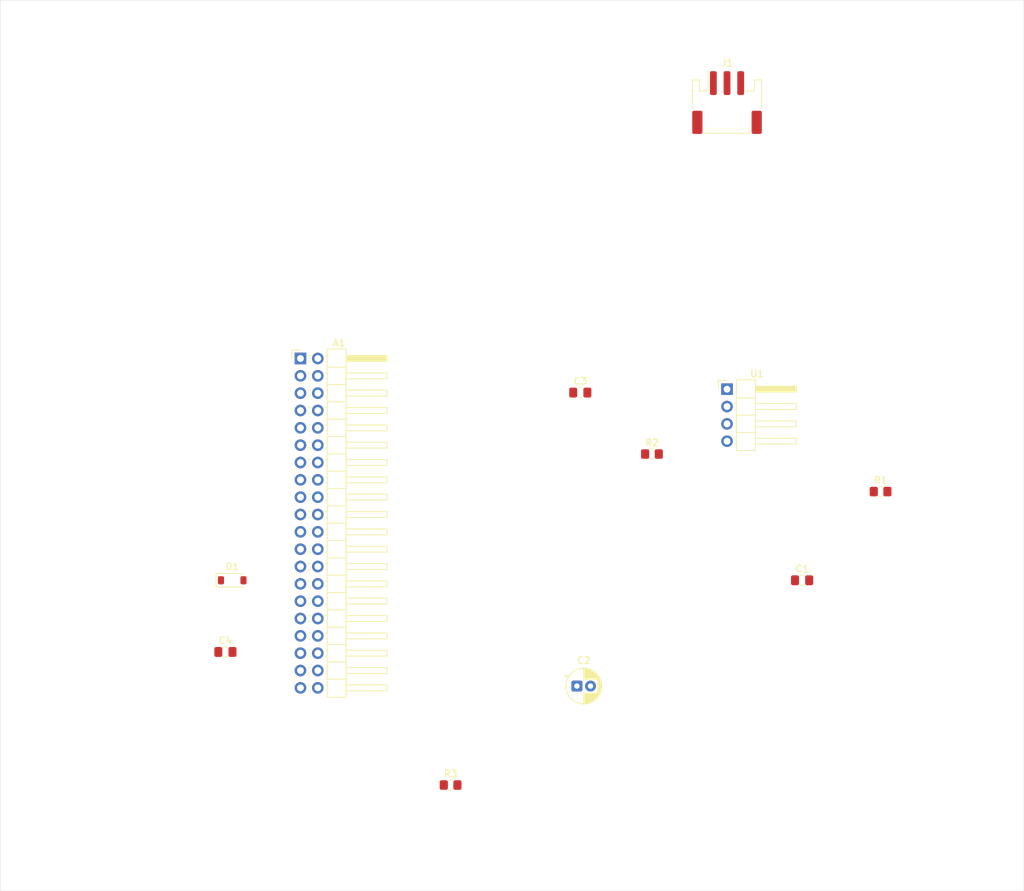
<source format=kicad_pcb>
(kicad_pcb (version 20241229) (generator "pcbnew") (generator_version "9.0")
  (layers (0 "F.Cu" signal) (2 "B.Cu" signal) (13 "F.Paste" user) (15 "B.Paste" user) (5 "F.SilkS" user "F.Silkscreen") (7 "B.SilkS" user "B.Silkscreen") (1 "F.Mask" user) (3 "B.Mask" user) (25 "Edge.Cuts" user))
  (net 0 "")
  (net 8 "/GND")
  (net 13 "Net-(A1-AGND)")
  (net 15 "/Use 3V3 as ADC reference")
  (net 17 "/Out+ 5V")
  (net 31 "/Ring på - signal <3.3V")
  (net 34 "Net-(C1-Pad1)")
  (net 35 "/+27.7V")
  (net 37 "/TA-")
  (footprint "Capacitor_SMD:C_0805_2012Metric_Pad1.18x1.45mm_HandSolder" (layer "F.Cu") (at 83.5 115.5)
    (property "Reference" "C4" (at 0 -1.68 0) (layer "F.SilkS"))
    (property "Value" "100nF")
    (fp_line (start -0.261252 -0.735) (end 0.261252 -0.735) (stroke (width 0.12)) (layer "F.SilkS"))
    (fp_line (start -0.261252 0.735) (end 0.261252 0.735) (stroke (width 0.12)) (layer "F.SilkS"))
    (pad "1" smd roundrect (at -1.0375 0) (size 1.175 1.45) (layers "F.Cu" "F.Mask" "F.Paste") (roundrect_rratio 0.212766) (net 13 "Net-(A1-AGND)"))
    (pad "2" smd roundrect (at 1.0375 0) (size 1.175 1.45) (layers "F.Cu" "F.Mask" "F.Paste") (roundrect_rratio 0.212766) (net 15 "/Use 3V3 as ADC reference"))
  )
  (footprint "Connector_PinHeader_2.54mm:PinHeader_1x04_P2.54mm_Horizontal" (layer "F.Cu") (at 157 77)
    (property "Reference" "U1" (at 4.385 -2.27 0) (layer "F.SilkS"))
    (property "Value" "LM2596S MODULE")
    (fp_line (start -1.27 -1.27) (end 0 -1.27) (stroke (width 0.12)) (layer "F.SilkS"))
    (fp_line (start -1.27 0) (end -1.27 -1.27) (stroke (width 0.12)) (layer "F.SilkS"))
    (fp_line (start 1.077358 2.11) (end 1.39 2.11) (stroke (width 0.12)) (layer "F.SilkS"))
    (fp_line (start 1.077358 2.97) (end 1.39 2.97) (stroke (width 0.12)) (layer "F.SilkS"))
    (fp_line (start 1.077358 4.65) (end 1.39 4.65) (stroke (width 0.12)) (layer "F.SilkS"))
    (fp_line (start 1.077358 5.51) (end 1.39 5.51) (stroke (width 0.12)) (layer "F.SilkS"))
    (fp_line (start 1.077358 7.19) (end 1.39 7.19) (stroke (width 0.12)) (layer "F.SilkS"))
    (fp_line (start 1.077358 8.05) (end 1.39 8.05) (stroke (width 0.12)) (layer "F.SilkS"))
    (fp_line (start 1.16 -0.43) (end 1.39 -0.43) (stroke (width 0.12)) (layer "F.SilkS"))
    (fp_line (start 1.16 0.43) (end 1.39 0.43) (stroke (width 0.12)) (layer "F.SilkS"))
    (fp_line (start 1.39 -1.38) (end 1.39 9) (stroke (width 0.12)) (layer "F.SilkS"))
    (fp_line (start 1.39 1.27) (end 4.15 1.27) (stroke (width 0.12)) (layer "F.SilkS"))
    (fp_line (start 1.39 3.81) (end 4.15 3.81) (stroke (width 0.12)) (layer "F.SilkS"))
    (fp_line (start 1.39 6.35) (end 4.15 6.35) (stroke (width 0.12)) (layer "F.SilkS"))
    (fp_line (start 1.39 9) (end 4.15 9) (stroke (width 0.12)) (layer "F.SilkS"))
    (fp_line (start 4.15 -1.38) (end 1.39 -1.38) (stroke (width 0.12)) (layer "F.SilkS"))
    (fp_line (start 4.15 2.11) (end 10.15 2.11) (stroke (width 0.12)) (layer "F.SilkS"))
    (fp_line (start 4.15 4.65) (end 10.15 4.65) (stroke (width 0.12)) (layer "F.SilkS"))
    (fp_line (start 4.15 7.19) (end 10.15 7.19) (stroke (width 0.12)) (layer "F.SilkS"))
    (fp_line (start 4.15 9) (end 4.15 -1.38) (stroke (width 0.12)) (layer "F.SilkS"))
    (fp_line (start 10.15 2.11) (end 10.15 2.97) (stroke (width 0.12)) (layer "F.SilkS"))
    (fp_line (start 10.15 2.97) (end 4.15 2.97) (stroke (width 0.12)) (layer "F.SilkS"))
    (fp_line (start 10.15 4.65) (end 10.15 5.51) (stroke (width 0.12)) (layer "F.SilkS"))
    (fp_line (start 10.15 5.51) (end 4.15 5.51) (stroke (width 0.12)) (layer "F.SilkS"))
    (fp_line (start 10.15 7.19) (end 10.15 8.05) (stroke (width 0.12)) (layer "F.SilkS"))
    (fp_line (start 10.15 8.05) (end 4.15 8.05) (stroke (width 0.12)) (layer "F.SilkS"))
    (fp_rect (start 4.15 -0.43) (end 10.15 0.43) (stroke (width 0.12)) (fill yes) (layer "F.SilkS"))
    (pad "1" thru_hole rect (at 0 0) (size 1.7 1.7) (drill 1) (layers "*.Cu" "*.Mask") (net 35 "/+27.7V"))
    (pad "2" thru_hole circle (at 0 2.54) (size 1.7 1.7) (drill 1) (layers "*.Cu" "*.Mask") (net 8 "/GND"))
    (pad "3" thru_hole circle (at 0 5.08) (size 1.7 1.7) (drill 1) (layers "*.Cu" "*.Mask"))
    (pad "4" thru_hole circle (at 0 7.62) (size 1.7 1.7) (drill 1) (layers "*.Cu" "*.Mask") (net 17 "/Out+ 5V"))
  )
  (footprint "Resistor_SMD:R_0805_2012Metric_Pad1.20x1.40mm_HandSolder" (layer "F.Cu") (at 146 86.5)
    (property "Reference" "R2" (at 0 -1.65 0) (layer "F.SilkS"))
    (property "Value" "10kOhm")
    (fp_line (start -0.227064 -0.735) (end 0.227064 -0.735) (stroke (width 0.12)) (layer "F.SilkS"))
    (fp_line (start -0.227064 0.735) (end 0.227064 0.735) (stroke (width 0.12)) (layer "F.SilkS"))
    (pad "1" smd roundrect (at -1 0) (size 1.2 1.4) (layers "F.Cu" "F.Mask" "F.Paste") (roundrect_rratio 0.208333) (net 34 "Net-(C1-Pad1)"))
    (pad "2" smd roundrect (at 1 0) (size 1.2 1.4) (layers "F.Cu" "F.Mask" "F.Paste") (roundrect_rratio 0.208333) (net 8 "/GND"))
  )
  (footprint "Connector_JST:JST_PH_S3B-PH-SM4-TB_1x03-1MP_P2.00mm_Horizontal" (layer "F.Cu") (at 157 35)
    (property "Reference" "J1" (at 0 -5.8 0) (layer "F.SilkS"))
    (property "Value" "Conn_01x03")
    (fp_line (start -5.06 -3.31) (end -4.04 -3.31) (stroke (width 0.12)) (layer "F.SilkS"))
    (fp_line (start -5.06 0.94) (end -5.06 -3.31) (stroke (width 0.12)) (layer "F.SilkS"))
    (fp_line (start -4.04 -3.31) (end -4.04 -1.71) (stroke (width 0.12)) (layer "F.SilkS"))
    (fp_line (start -4.04 -1.71) (end -2.76 -1.71) (stroke (width 0.12)) (layer "F.SilkS"))
    (fp_line (start -3.34 4.51) (end 3.34 4.51) (stroke (width 0.12)) (layer "F.SilkS"))
    (fp_line (start -2.76 -1.71) (end -2.76 -4.6) (stroke (width 0.12)) (layer "F.SilkS"))
    (fp_line (start 4.04 -3.31) (end 4.04 -1.71) (stroke (width 0.12)) (layer "F.SilkS"))
    (fp_line (start 4.04 -1.71) (end 2.76 -1.71) (stroke (width 0.12)) (layer "F.SilkS"))
    (fp_line (start 5.06 -3.31) (end 4.04 -3.31) (stroke (width 0.12)) (layer "F.SilkS"))
    (fp_line (start 5.06 0.94) (end 5.06 -3.31) (stroke (width 0.12)) (layer "F.SilkS"))
    (pad "1" smd roundrect (at -2 -2.85) (size 1 3.5) (layers "F.Cu" "F.Mask" "F.Paste") (net 37 "/TA-"))
    (pad "2" smd roundrect (at 0 -2.85) (size 1 3.5) (layers "F.Cu" "F.Mask" "F.Paste") (net 35 "/+27.7V"))
    (pad "3" smd roundrect (at 2 -2.85) (size 1 3.5) (layers "F.Cu" "F.Mask" "F.Paste"))
    (pad "MP" smd roundrect (at -4.35 2.9) (size 1.5 3.4) (layers "F.Cu" "F.Mask" "F.Paste") (roundrect_rratio 0.166667))
    (pad "MP" smd roundrect (at 4.35 2.9) (size 1.5 3.4) (layers "F.Cu" "F.Mask" "F.Paste") (roundrect_rratio 0.166667))
  )
  (footprint "Capacitor_SMD:C_0805_2012Metric_Pad1.18x1.45mm_HandSolder" (layer "F.Cu") (at 135.5 77.5)
    (property "Reference" "C3" (at 0 -1.68 0) (layer "F.SilkS"))
    (property "Value" "100nF")
    (fp_line (start -0.261252 -0.735) (end 0.261252 -0.735) (stroke (width 0.12)) (layer "F.SilkS"))
    (fp_line (start -0.261252 0.735) (end 0.261252 0.735) (stroke (width 0.12)) (layer "F.SilkS"))
    (pad "1" smd roundrect (at -1.0375 0) (size 1.175 1.45) (layers "F.Cu" "F.Mask" "F.Paste") (roundrect_rratio 0.212766) (net 8 "/GND"))
    (pad "2" smd roundrect (at 1.0375 0) (size 1.175 1.45) (layers "F.Cu" "F.Mask" "F.Paste") (roundrect_rratio 0.212766) (net 17 "/Out+ 5V"))
  )
  (footprint "Connector_PinHeader_2.54mm:PinHeader_2x20_P2.54mm_Horizontal" (layer "F.Cu") (at 94.5 72.5)
    (property "Reference" "A1" (at 5.655 -2.27 0) (layer "F.SilkS"))
    (property "Value" "RaspberryPi_Pico_W")
    (fp_line (start -1.27 -1.27) (end 0 -1.27) (stroke (width 0.12)) (layer "F.SilkS"))
    (fp_line (start -1.27 0) (end -1.27 -1.27) (stroke (width 0.12)) (layer "F.SilkS"))
    (fp_line (start 1.077358 2.11) (end 1.462642 2.11) (stroke (width 0.12)) (layer "F.SilkS"))
    (fp_line (start 1.077358 2.97) (end 1.462642 2.97) (stroke (width 0.12)) (layer "F.SilkS"))
    (fp_line (start 1.077358 4.65) (end 1.462642 4.65) (stroke (width 0.12)) (layer "F.SilkS"))
    (fp_line (start 1.077358 5.51) (end 1.462642 5.51) (stroke (width 0.12)) (layer "F.SilkS"))
    (fp_line (start 1.077358 7.19) (end 1.462642 7.19) (stroke (width 0.12)) (layer "F.SilkS"))
    (fp_line (start 1.077358 8.05) (end 1.462642 8.05) (stroke (width 0.12)) (layer "F.SilkS"))
    (fp_line (start 1.077358 9.73) (end 1.462642 9.73) (stroke (width 0.12)) (layer "F.SilkS"))
    (fp_line (start 1.077358 10.59) (end 1.462642 10.59) (stroke (width 0.12)) (layer "F.SilkS"))
    (fp_line (start 1.077358 12.27) (end 1.462642 12.27) (stroke (width 0.12)) (layer "F.SilkS"))
    (fp_line (start 1.077358 13.13) (end 1.462642 13.13) (stroke (width 0.12)) (layer "F.SilkS"))
    (fp_line (start 1.077358 14.81) (end 1.462642 14.81) (stroke (width 0.12)) (layer "F.SilkS"))
    (fp_line (start 1.077358 15.67) (end 1.462642 15.67) (stroke (width 0.12)) (layer "F.SilkS"))
    (fp_line (start 1.077358 17.35) (end 1.462642 17.35) (stroke (width 0.12)) (layer "F.SilkS"))
    (fp_line (start 1.077358 18.21) (end 1.462642 18.21) (stroke (width 0.12)) (layer "F.SilkS"))
    (fp_line (start 1.077358 19.89) (end 1.462642 19.89) (stroke (width 0.12)) (layer "F.SilkS"))
    (fp_line (start 1.077358 20.75) (end 1.462642 20.75) (stroke (width 0.12)) (layer "F.SilkS"))
    (fp_line (start 1.077358 22.43) (end 1.462642 22.43) (stroke (width 0.12)) (layer "F.SilkS"))
    (fp_line (start 1.077358 23.29) (end 1.462642 23.29) (stroke (width 0.12)) (layer "F.SilkS"))
    (fp_line (start 1.077358 24.97) (end 1.462642 24.97) (stroke (width 0.12)) (layer "F.SilkS"))
    (fp_line (start 1.077358 25.83) (end 1.462642 25.83) (stroke (width 0.12)) (layer "F.SilkS"))
    (fp_line (start 1.077358 27.51) (end 1.462642 27.51) (stroke (width 0.12)) (layer "F.SilkS"))
    (fp_line (start 1.077358 28.37) (end 1.462642 28.37) (stroke (width 0.12)) (layer "F.SilkS"))
    (fp_line (start 1.077358 30.05) (end 1.462642 30.05) (stroke (width 0.12)) (layer "F.SilkS"))
    (fp_line (start 1.077358 30.91) (end 1.462642 30.91) (stroke (width 0.12)) (layer "F.SilkS"))
    (fp_line (start 1.077358 32.59) (end 1.462642 32.59) (stroke (width 0.12)) (layer "F.SilkS"))
    (fp_line (start 1.077358 33.45) (end 1.462642 33.45) (stroke (width 0.12)) (layer "F.SilkS"))
    (fp_line (start 1.077358 35.13) (end 1.462642 35.13) (stroke (width 0.12)) (layer "F.SilkS"))
    (fp_line (start 1.077358 35.99) (end 1.462642 35.99) (stroke (width 0.12)) (layer "F.SilkS"))
    (fp_line (start 1.077358 37.67) (end 1.462642 37.67) (stroke (width 0.12)) (layer "F.SilkS"))
    (fp_line (start 1.077358 38.53) (end 1.462642 38.53) (stroke (width 0.12)) (layer "F.SilkS"))
    (fp_line (start 1.077358 40.21) (end 1.462642 40.21) (stroke (width 0.12)) (layer "F.SilkS"))
    (fp_line (start 1.077358 41.07) (end 1.462642 41.07) (stroke (width 0.12)) (layer "F.SilkS"))
    (fp_line (start 1.077358 42.75) (end 1.462642 42.75) (stroke (width 0.12)) (layer "F.SilkS"))
    (fp_line (start 1.077358 43.61) (end 1.462642 43.61) (stroke (width 0.12)) (layer "F.SilkS"))
    (fp_line (start 1.077358 45.29) (end 1.462642 45.29) (stroke (width 0.12)) (layer "F.SilkS"))
    (fp_line (start 1.077358 46.15) (end 1.462642 46.15) (stroke (width 0.12)) (layer "F.SilkS"))
    (fp_line (start 1.077358 47.83) (end 1.462642 47.83) (stroke (width 0.12)) (layer "F.SilkS"))
    (fp_line (start 1.077358 48.69) (end 1.462642 48.69) (stroke (width 0.12)) (layer "F.SilkS"))
    (fp_line (start 1.16 -0.43) (end 1.462642 -0.43) (stroke (width 0.12)) (layer "F.SilkS"))
    (fp_line (start 1.16 0.43) (end 1.462642 0.43) (stroke (width 0.12)) (layer "F.SilkS"))
    (fp_line (start 3.617358 -0.43) (end 3.93 -0.43) (stroke (width 0.12)) (layer "F.SilkS"))
    (fp_line (start 3.617358 0.43) (end 3.93 0.43) (stroke (width 0.12)) (layer "F.SilkS"))
    (fp_line (start 3.617358 2.11) (end 3.93 2.11) (stroke (width 0.12)) (layer "F.SilkS"))
    (fp_line (start 3.617358 2.97) (end 3.93 2.97) (stroke (width 0.12)) (layer "F.SilkS"))
    (fp_line (start 3.617358 4.65) (end 3.93 4.65) (stroke (width 0.12)) (layer "F.SilkS"))
    (fp_line (start 3.617358 5.51) (end 3.93 5.51) (stroke (width 0.12)) (layer "F.SilkS"))
    (fp_line (start 3.617358 7.19) (end 3.93 7.19) (stroke (width 0.12)) (layer "F.SilkS"))
    (fp_line (start 3.617358 8.05) (end 3.93 8.05) (stroke (width 0.12)) (layer "F.SilkS"))
    (fp_line (start 3.617358 9.73) (end 3.93 9.73) (stroke (width 0.12)) (layer "F.SilkS"))
    (fp_line (start 3.617358 10.59) (end 3.93 10.59) (stroke (width 0.12)) (layer "F.SilkS"))
    (fp_line (start 3.617358 12.27) (end 3.93 12.27) (stroke (width 0.12)) (layer "F.SilkS"))
    (fp_line (start 3.617358 13.13) (end 3.93 13.13) (stroke (width 0.12)) (layer "F.SilkS"))
    (fp_line (start 3.617358 14.81) (end 3.93 14.81) (stroke (width 0.12)) (layer "F.SilkS"))
    (fp_line (start 3.617358 15.67) (end 3.93 15.67) (stroke (width 0.12)) (layer "F.SilkS"))
    (fp_line (start 3.617358 17.35) (end 3.93 17.35) (stroke (width 0.12)) (layer "F.SilkS"))
    (fp_line (start 3.617358 18.21) (end 3.93 18.21) (stroke (width 0.12)) (layer "F.SilkS"))
    (fp_line (start 3.617358 19.89) (end 3.93 19.89) (stroke (width 0.12)) (layer "F.SilkS"))
    (fp_line (start 3.617358 20.75) (end 3.93 20.75) (stroke (width 0.12)) (layer "F.SilkS"))
    (fp_line (start 3.617358 22.43) (end 3.93 22.43) (stroke (width 0.12)) (layer "F.SilkS"))
    (fp_line (start 3.617358 23.29) (end 3.93 23.29) (stroke (width 0.12)) (layer "F.SilkS"))
    (fp_line (start 3.617358 24.97) (end 3.93 24.97) (stroke (width 0.12)) (layer "F.SilkS"))
    (fp_line (start 3.617358 25.83) (end 3.93 25.83) (stroke (width 0.12)) (layer "F.SilkS"))
    (fp_line (start 3.617358 27.51) (end 3.93 27.51) (stroke (width 0.12)) (layer "F.SilkS"))
    (fp_line (start 3.617358 28.37) (end 3.93 28.37) (stroke (width 0.12)) (layer "F.SilkS"))
    (fp_line (start 3.617358 30.05) (end 3.93 30.05) (stroke (width 0.12)) (layer "F.SilkS"))
    (fp_line (start 3.617358 30.91) (end 3.93 30.91) (stroke (width 0.12)) (layer "F.SilkS"))
    (fp_line (start 3.617358 32.59) (end 3.93 32.59) (stroke (width 0.12)) (layer "F.SilkS"))
    (fp_line (start 3.617358 33.45) (end 3.93 33.45) (stroke (width 0.12)) (layer "F.SilkS"))
    (fp_line (start 3.617358 35.13) (end 3.93 35.13) (stroke (width 0.12)) (layer "F.SilkS"))
    (fp_line (start 3.617358 35.99) (end 3.93 35.99) (stroke (width 0.12)) (layer "F.SilkS"))
    (fp_line (start 3.617358 37.67) (end 3.93 37.67) (stroke (width 0.12)) (layer "F.SilkS"))
    (fp_line (start 3.617358 38.53) (end 3.93 38.53) (stroke (width 0.12)) (layer "F.SilkS"))
    (fp_line (start 3.617358 40.21) (end 3.93 40.21) (stroke (width 0.12)) (layer "F.SilkS"))
    (fp_line (start 3.617358 41.07) (end 3.93 41.07) (stroke (width 0.12)) (layer "F.SilkS"))
    (fp_line (start 3.617358 42.75) (end 3.93 42.75) (stroke (width 0.12)) (layer "F.SilkS"))
    (fp_line (start 3.617358 43.61) (end 3.93 43.61) (stroke (width 0.12)) (layer "F.SilkS"))
    (fp_line (start 3.617358 45.29) (end 3.93 45.29) (stroke (width 0.12)) (layer "F.SilkS"))
    (fp_line (start 3.617358 46.15) (end 3.93 46.15) (stroke (width 0.12)) (layer "F.SilkS"))
    (fp_line (start 3.617358 47.83) (end 3.93 47.83) (stroke (width 0.12)) (layer "F.SilkS"))
    (fp_line (start 3.617358 48.69) (end 3.93 48.69) (stroke (width 0.12)) (layer "F.SilkS"))
    (fp_line (start 3.93 -1.38) (end 3.93 49.64) (stroke (width 0.12)) (layer "F.SilkS"))
    (fp_line (start 3.93 1.27) (end 6.69 1.27) (stroke (width 0.12)) (layer "F.SilkS"))
    (fp_line (start 3.93 3.81) (end 6.69 3.81) (stroke (width 0.12)) (layer "F.SilkS"))
    (fp_line (start 3.93 6.35) (end 6.69 6.35) (stroke (width 0.12)) (layer "F.SilkS"))
    (fp_line (start 3.93 8.89) (end 6.69 8.89) (stroke (width 0.12)) (layer "F.SilkS"))
    (fp_line (start 3.93 11.43) (end 6.69 11.43) (stroke (width 0.12)) (layer "F.SilkS"))
    (fp_line (start 3.93 13.97) (end 6.69 13.97) (stroke (width 0.12)) (layer "F.SilkS"))
    (fp_line (start 3.93 16.51) (end 6.69 16.51) (stroke (width 0.12)) (layer "F.SilkS"))
    (fp_line (start 3.93 19.05) (end 6.69 19.05) (stroke (width 0.12)) (layer "F.SilkS"))
    (fp_line (start 3.93 21.59) (end 6.69 21.59) (stroke (width 0.12)) (layer "F.SilkS"))
    (fp_line (start 3.93 24.13) (end 6.69 24.13) (stroke (width 0.12)) (layer "F.SilkS"))
    (fp_line (start 3.93 26.67) (end 6.69 26.67) (stroke (width 0.12)) (layer "F.SilkS"))
    (fp_line (start 3.93 29.21) (end 6.69 29.21) (stroke (width 0.12)) (layer "F.SilkS"))
    (fp_line (start 3.93 31.75) (end 6.69 31.75) (stroke (width 0.12)) (layer "F.SilkS"))
    (fp_line (start 3.93 34.29) (end 6.69 34.29) (stroke (width 0.12)) (layer "F.SilkS"))
    (fp_line (start 3.93 36.83) (end 6.69 36.83) (stroke (width 0.12)) (layer "F.SilkS"))
    (fp_line (start 3.93 39.37) (end 6.69 39.37) (stroke (width 0.12)) (layer "F.SilkS"))
    (fp_line (start 3.93 41.91) (end 6.69 41.91) (stroke (width 0.12)) (layer "F.SilkS"))
    (fp_line (start 3.93 44.45) (end 6.69 44.45) (stroke (width 0.12)) (layer "F.SilkS"))
    (fp_line (start 3.93 46.99) (end 6.69 46.99) (stroke (width 0.12)) (layer "F.SilkS"))
    (fp_line (start 3.93 49.64) (end 6.69 49.64) (stroke (width 0.12)) (layer "F.SilkS"))
    (fp_line (start 6.69 -1.38) (end 3.93 -1.38) (stroke (width 0.12)) (layer "F.SilkS"))
    (fp_line (start 6.69 2.11) (end 12.69 2.11) (stroke (width 0.12)) (layer "F.SilkS"))
    (fp_line (start 6.69 4.65) (end 12.69 4.65) (stroke (width 0.12)) (layer "F.SilkS"))
    (fp_line (start 6.69 7.19) (end 12.69 7.19) (stroke (width 0.12)) (layer "F.SilkS"))
    (fp_line (start 6.69 9.73) (end 12.69 9.73) (stroke (width 0.12)) (layer "F.SilkS"))
    (fp_line (start 6.69 12.27) (end 12.69 12.27) (stroke (width 0.12)) (layer "F.SilkS"))
    (fp_line (start 6.69 14.81) (end 12.69 14.81) (stroke (width 0.12)) (layer "F.SilkS"))
    (fp_line (start 6.69 17.35) (end 12.69 17.35) (stroke (width 0.12)) (layer "F.SilkS"))
    (fp_line (start 6.69 19.89) (end 12.69 19.89) (stroke (width 0.12)) (layer "F.SilkS"))
    (fp_line (start 6.69 22.43) (end 12.69 22.43) (stroke (width 0.12)) (layer "F.SilkS"))
    (fp_line (start 6.69 24.97) (end 12.69 24.97) (stroke (width 0.12)) (layer "F.SilkS"))
    (fp_line (start 6.69 27.51) (end 12.69 27.51) (stroke (width 0.12)) (layer "F.SilkS"))
    (fp_line (start 6.69 30.05) (end 12.69 30.05) (stroke (width 0.12)) (layer "F.SilkS"))
    (fp_line (start 6.69 32.59) (end 12.69 32.59) (stroke (width 0.12)) (layer "F.SilkS"))
    (fp_line (start 6.69 35.13) (end 12.69 35.13) (stroke (width 0.12)) (layer "F.SilkS"))
    (fp_line (start 6.69 37.67) (end 12.69 37.67) (stroke (width 0.12)) (layer "F.SilkS"))
    (fp_line (start 6.69 40.21) (end 12.69 40.21) (stroke (width 0.12)) (layer "F.SilkS"))
    (fp_line (start 6.69 42.75) (end 12.69 42.75) (stroke (width 0.12)) (layer "F.SilkS"))
    (fp_line (start 6.69 45.29) (end 12.69 45.29) (stroke (width 0.12)) (layer "F.SilkS"))
    (fp_line (start 6.69 47.83) (end 12.69 47.83) (stroke (width 0.12)) (layer "F.SilkS"))
    (fp_line (start 6.69 49.64) (end 6.69 -1.38) (stroke (width 0.12)) (layer "F.SilkS"))
    (fp_line (start 12.69 2.11) (end 12.69 2.97) (stroke (width 0.12)) (layer "F.SilkS"))
    (fp_line (start 12.69 2.97) (end 6.69 2.97) (stroke (width 0.12)) (layer "F.SilkS"))
    (fp_line (start 12.69 4.65) (end 12.69 5.51) (stroke (width 0.12)) (layer "F.SilkS"))
    (fp_line (start 12.69 5.51) (end 6.69 5.51) (stroke (width 0.12)) (layer "F.SilkS"))
    (fp_line (start 12.69 7.19) (end 12.69 8.05) (stroke (width 0.12)) (layer "F.SilkS"))
    (fp_line (start 12.69 8.05) (end 6.69 8.05) (stroke (width 0.12)) (layer "F.SilkS"))
    (fp_line (start 12.69 9.73) (end 12.69 10.59) (stroke (width 0.12)) (layer "F.SilkS"))
    (fp_line (start 12.69 10.59) (end 6.69 10.59) (stroke (width 0.12)) (layer "F.SilkS"))
    (fp_line (start 12.69 12.27) (end 12.69 13.13) (stroke (width 0.12)) (layer "F.SilkS"))
    (fp_line (start 12.69 13.13) (end 6.69 13.13) (stroke (width 0.12)) (layer "F.SilkS"))
    (fp_line (start 12.69 14.81) (end 12.69 15.67) (stroke (width 0.12)) (layer "F.SilkS"))
    (fp_line (start 12.69 15.67) (end 6.69 15.67) (stroke (width 0.12)) (layer "F.SilkS"))
    (fp_line (start 12.69 17.35) (end 12.69 18.21) (stroke (width 0.12)) (layer "F.SilkS"))
    (fp_line (start 12.69 18.21) (end 6.69 18.21) (stroke (width 0.12)) (layer "F.SilkS"))
    (fp_line (start 12.69 19.89) (end 12.69 20.75) (stroke (width 0.12)) (layer "F.SilkS"))
    (fp_line (start 12.69 20.75) (end 6.69 20.75) (stroke (width 0.12)) (layer "F.SilkS"))
    (fp_line (start 12.69 22.43) (end 12.69 23.29) (stroke (width 0.12)) (layer "F.SilkS"))
    (fp_line (start 12.69 23.29) (end 6.69 23.29) (stroke (width 0.12)) (layer "F.SilkS"))
    (fp_line (start 12.69 24.97) (end 12.69 25.83) (stroke (width 0.12)) (layer "F.SilkS"))
    (fp_line (start 12.69 25.83) (end 6.69 25.83) (stroke (width 0.12)) (layer "F.SilkS"))
    (fp_line (start 12.69 27.51) (end 12.69 28.37) (stroke (width 0.12)) (layer "F.SilkS"))
    (fp_line (start 12.69 28.37) (end 6.69 28.37) (stroke (width 0.12)) (layer "F.SilkS"))
    (fp_line (start 12.69 30.05) (end 12.69 30.91) (stroke (width 0.12)) (layer "F.SilkS"))
    (fp_line (start 12.69 30.91) (end 6.69 30.91) (stroke (width 0.12)) (layer "F.SilkS"))
    (fp_line (start 12.69 32.59) (end 12.69 33.45) (stroke (width 0.12)) (layer "F.SilkS"))
    (fp_line (start 12.69 33.45) (end 6.69 33.45) (stroke (width 0.12)) (layer "F.SilkS"))
    (fp_line (start 12.69 35.13) (end 12.69 35.99) (stroke (width 0.12)) (layer "F.SilkS"))
    (fp_line (start 12.69 35.99) (end 6.69 35.99) (stroke (width 0.12)) (layer "F.SilkS"))
    (fp_line (start 12.69 37.67) (end 12.69 38.53) (stroke (width 0.12)) (layer "F.SilkS"))
    (fp_line (start 12.69 38.53) (end 6.69 38.53) (stroke (width 0.12)) (layer "F.SilkS"))
    (fp_line (start 12.69 40.21) (end 12.69 41.07) (stroke (width 0.12)) (layer "F.SilkS"))
    (fp_line (start 12.69 41.07) (end 6.69 41.07) (stroke (width 0.12)) (layer "F.SilkS"))
    (fp_line (start 12.69 42.75) (end 12.69 43.61) (stroke (width 0.12)) (layer "F.SilkS"))
    (fp_line (start 12.69 43.61) (end 6.69 43.61) (stroke (width 0.12)) (layer "F.SilkS"))
    (fp_line (start 12.69 45.29) (end 12.69 46.15) (stroke (width 0.12)) (layer "F.SilkS"))
    (fp_line (start 12.69 46.15) (end 6.69 46.15) (stroke (width 0.12)) (layer "F.SilkS"))
    (fp_line (start 12.69 47.83) (end 12.69 48.69) (stroke (width 0.12)) (layer "F.SilkS"))
    (fp_line (start 12.69 48.69) (end 6.69 48.69) (stroke (width 0.12)) (layer "F.SilkS"))
    (fp_rect (start 6.69 -0.43) (end 12.69 0.43) (stroke (width 0.12)) (fill yes) (layer "F.SilkS"))
    (pad "1" thru_hole rect (at 0 0) (size 1.7 1.7) (drill 1) (layers "*.Cu" "*.Mask"))
    (pad "2" thru_hole circle (at 2.54 0) (size 1.7 1.7) (drill 1) (layers "*.Cu" "*.Mask"))
    (pad "3" thru_hole circle (at 0 2.54) (size 1.7 1.7) (drill 1) (layers "*.Cu" "*.Mask") (net 8 "/GND"))
    (pad "4" thru_hole circle (at 2.54 2.54) (size 1.7 1.7) (drill 1) (layers "*.Cu" "*.Mask"))
    (pad "5" thru_hole circle (at 0 5.08) (size 1.7 1.7) (drill 1) (layers "*.Cu" "*.Mask"))
    (pad "6" thru_hole circle (at 2.54 5.08) (size 1.7 1.7) (drill 1) (layers "*.Cu" "*.Mask"))
    (pad "7" thru_hole circle (at 0 7.62) (size 1.7 1.7) (drill 1) (layers "*.Cu" "*.Mask"))
    (pad "8" thru_hole circle (at 2.54 7.62) (size 1.7 1.7) (drill 1) (layers "*.Cu" "*.Mask") (net 8 "/GND"))
    (pad "9" thru_hole circle (at 0 10.16) (size 1.7 1.7) (drill 1) (layers "*.Cu" "*.Mask"))
    (pad "10" thru_hole circle (at 2.54 10.16) (size 1.7 1.7) (drill 1) (layers "*.Cu" "*.Mask"))
    (pad "11" thru_hole circle (at 0 12.7) (size 1.7 1.7) (drill 1) (layers "*.Cu" "*.Mask"))
    (pad "12" thru_hole circle (at 2.54 12.7) (size 1.7 1.7) (drill 1) (layers "*.Cu" "*.Mask"))
    (pad "13" thru_hole circle (at 0 15.24) (size 1.7 1.7) (drill 1) (layers "*.Cu" "*.Mask") (net 8 "/GND"))
    (pad "14" thru_hole circle (at 2.54 15.24) (size 1.7 1.7) (drill 1) (layers "*.Cu" "*.Mask"))
    (pad "15" thru_hole circle (at 0 17.78) (size 1.7 1.7) (drill 1) (layers "*.Cu" "*.Mask"))
    (pad "16" thru_hole circle (at 2.54 17.78) (size 1.7 1.7) (drill 1) (layers "*.Cu" "*.Mask"))
    (pad "17" thru_hole circle (at 0 20.32) (size 1.7 1.7) (drill 1) (layers "*.Cu" "*.Mask"))
    (pad "18" thru_hole circle (at 2.54 20.32) (size 1.7 1.7) (drill 1) (layers "*.Cu" "*.Mask") (net 8 "/GND"))
    (pad "19" thru_hole circle (at 0 22.86) (size 1.7 1.7) (drill 1) (layers "*.Cu" "*.Mask"))
    (pad "20" thru_hole circle (at 2.54 22.86) (size 1.7 1.7) (drill 1) (layers "*.Cu" "*.Mask"))
    (pad "21" thru_hole circle (at 0 25.4) (size 1.7 1.7) (drill 1) (layers "*.Cu" "*.Mask"))
    (pad "22" thru_hole circle (at 2.54 25.4) (size 1.7 1.7) (drill 1) (layers "*.Cu" "*.Mask"))
    (pad "23" thru_hole circle (at 0 27.94) (size 1.7 1.7) (drill 1) (layers "*.Cu" "*.Mask") (net 8 "/GND"))
    (pad "24" thru_hole circle (at 2.54 27.94) (size 1.7 1.7) (drill 1) (layers "*.Cu" "*.Mask"))
    (pad "25" thru_hole circle (at 0 30.48) (size 1.7 1.7) (drill 1) (layers "*.Cu" "*.Mask"))
    (pad "26" thru_hole circle (at 2.54 30.48) (size 1.7 1.7) (drill 1) (layers "*.Cu" "*.Mask"))
    (pad "27" thru_hole circle (at 0 33.02) (size 1.7 1.7) (drill 1) (layers "*.Cu" "*.Mask"))
    (pad "28" thru_hole circle (at 2.54 33.02) (size 1.7 1.7) (drill 1) (layers "*.Cu" "*.Mask") (net 8 "/GND"))
    (pad "29" thru_hole circle (at 0 35.56) (size 1.7 1.7) (drill 1) (layers "*.Cu" "*.Mask"))
    (pad "30" thru_hole circle (at 2.54 35.56) (size 1.7 1.7) (drill 1) (layers "*.Cu" "*.Mask"))
    (pad "31" thru_hole circle (at 0 38.1) (size 1.7 1.7) (drill 1) (layers "*.Cu" "*.Mask") (net 31 "/Ring på - signal <3.3V"))
    (pad "32" thru_hole circle (at 2.54 38.1) (size 1.7 1.7) (drill 1) (layers "*.Cu" "*.Mask"))
    (pad "33" thru_hole circle (at 0 40.64) (size 1.7 1.7) (drill 1) (layers "*.Cu" "*.Mask") (net 13 "Net-(A1-AGND)"))
    (pad "34" thru_hole circle (at 2.54 40.64) (size 1.7 1.7) (drill 1) (layers "*.Cu" "*.Mask"))
    (pad "35" thru_hole circle (at 0 43.18) (size 1.7 1.7) (drill 1) (layers "*.Cu" "*.Mask") (net 15 "/Use 3V3 as ADC reference"))
    (pad "36" thru_hole circle (at 2.54 43.18) (size 1.7 1.7) (drill 1) (layers "*.Cu" "*.Mask") (net 15 "/Use 3V3 as ADC reference"))
    (pad "37" thru_hole circle (at 0 45.72) (size 1.7 1.7) (drill 1) (layers "*.Cu" "*.Mask"))
    (pad "38" thru_hole circle (at 2.54 45.72) (size 1.7 1.7) (drill 1) (layers "*.Cu" "*.Mask") (net 8 "/GND"))
    (pad "39" thru_hole circle (at 0 48.26) (size 1.7 1.7) (drill 1) (layers "*.Cu" "*.Mask") (net 17 "/Out+ 5V"))
    (pad "40" thru_hole circle (at 2.54 48.26) (size 1.7 1.7) (drill 1) (layers "*.Cu" "*.Mask"))
  )
  (footprint "Capacitor_SMD:C_0805_2012Metric_Pad1.18x1.45mm_HandSolder" (layer "F.Cu") (at 168 105)
    (property "Reference" "C1" (at 0 -1.68 0) (layer "F.SilkS"))
    (property "Value" "100nF")
    (fp_line (start -0.261252 -0.735) (end 0.261252 -0.735) (stroke (width 0.12)) (layer "F.SilkS"))
    (fp_line (start -0.261252 0.735) (end 0.261252 0.735) (stroke (width 0.12)) (layer "F.SilkS"))
    (pad "1" smd roundrect (at -1.0375 0) (size 1.175 1.45) (layers "F.Cu" "F.Mask" "F.Paste") (roundrect_rratio 0.212766) (net 34 "Net-(C1-Pad1)"))
    (pad "2" smd roundrect (at 1.0375 0) (size 1.175 1.45) (layers "F.Cu" "F.Mask" "F.Paste") (roundrect_rratio 0.212766) (net 8 "/GND"))
  )
  (footprint "Resistor_SMD:R_0805_2012Metric_Pad1.20x1.40mm_HandSolder" (layer "F.Cu") (at 179.5 92)
    (property "Reference" "R1" (at 0 -1.65 0) (layer "F.SilkS"))
    (property "Value" "100kOhm")
    (fp_line (start -0.227064 -0.735) (end 0.227064 -0.735) (stroke (width 0.12)) (layer "F.SilkS"))
    (fp_line (start -0.227064 0.735) (end 0.227064 0.735) (stroke (width 0.12)) (layer "F.SilkS"))
    (pad "1" smd roundrect (at -1 0) (size 1.2 1.4) (layers "F.Cu" "F.Mask" "F.Paste") (roundrect_rratio 0.208333) (net 35 "/+27.7V"))
    (pad "2" smd roundrect (at 1 0) (size 1.2 1.4) (layers "F.Cu" "F.Mask" "F.Paste") (roundrect_rratio 0.208333) (net 34 "Net-(C1-Pad1)"))
  )
  (footprint "Diode_SMD:D_SOD-123" (layer "F.Cu") (at 84.5 105)
    (property "Reference" "D1" (at 0 -2 0) (layer "F.SilkS"))
    (property "Value" "Schottky, clamp")
    (fp_line (start -2.36 -1) (end -2.36 1) (stroke (width 0.12)) (layer "F.SilkS"))
    (fp_line (start -2.36 -1) (end 1.65 -1) (stroke (width 0.12)) (layer "F.SilkS"))
    (fp_line (start -2.36 1) (end 1.65 1) (stroke (width 0.12)) (layer "F.SilkS"))
    (pad "1" smd roundrect (at -1.65 0) (size 0.9 1.2) (layers "F.Cu" "F.Mask" "F.Paste") (net 31 "/Ring på - signal <3.3V"))
    (pad "2" smd roundrect (at 1.65 0) (size 0.9 1.2) (layers "F.Cu" "F.Mask" "F.Paste") (net 15 "/Use 3V3 as ADC reference"))
  )
  (footprint "Capacitor_THT:CP_Radial_D5.0mm_P2.00mm" (layer "F.Cu") (at 135 120.5)
    (property "Reference" "C2" (at 1 -3.75 0) (layer "F.SilkS"))
    (property "Value" "10uF")
    (fp_line (start -1.804775 -1.475) (end -1.304775 -1.475) (stroke (width 0.12)) (layer "F.SilkS"))
    (fp_line (start -1.554775 -1.725) (end -1.554775 -1.225) (stroke (width 0.12)) (layer "F.SilkS"))
    (fp_line (start 1 -2.58) (end 1 -1.04) (stroke (width 0.12)) (layer "F.SilkS"))
    (fp_line (start 1 1.04) (end 1 2.58) (stroke (width 0.12)) (layer "F.SilkS"))
    (fp_line (start 1.04 -2.58) (end 1.04 -1.04) (stroke (width 0.12)) (layer "F.SilkS"))
    (fp_line (start 1.04 1.04) (end 1.04 2.58) (stroke (width 0.12)) (layer "F.SilkS"))
    (fp_line (start 1.08 -2.579) (end 1.08 -1.04) (stroke (width 0.12)) (layer "F.SilkS"))
    (fp_line (start 1.08 1.04) (end 1.08 2.579) (stroke (width 0.12)) (layer "F.SilkS"))
    (fp_line (start 1.12 -2.577) (end 1.12 -1.04) (stroke (width 0.12)) (layer "F.SilkS"))
    (fp_line (start 1.12 1.04) (end 1.12 2.577) (stroke (width 0.12)) (layer "F.SilkS"))
    (fp_line (start 1.16 -2.575) (end 1.16 -1.04) (stroke (width 0.12)) (layer "F.SilkS"))
    (fp_line (start 1.16 1.04) (end 1.16 2.575) (stroke (width 0.12)) (layer "F.SilkS"))
    (fp_line (start 1.2 -2.572) (end 1.2 -1.04) (stroke (width 0.12)) (layer "F.SilkS"))
    (fp_line (start 1.2 1.04) (end 1.2 2.572) (stroke (width 0.12)) (layer "F.SilkS"))
    (fp_line (start 1.24 -2.569) (end 1.24 -1.04) (stroke (width 0.12)) (layer "F.SilkS"))
    (fp_line (start 1.24 1.04) (end 1.24 2.569) (stroke (width 0.12)) (layer "F.SilkS"))
    (fp_line (start 1.28 -2.565) (end 1.28 -1.04) (stroke (width 0.12)) (layer "F.SilkS"))
    (fp_line (start 1.28 1.04) (end 1.28 2.565) (stroke (width 0.12)) (layer "F.SilkS"))
    (fp_line (start 1.32 -2.56) (end 1.32 -1.04) (stroke (width 0.12)) (layer "F.SilkS"))
    (fp_line (start 1.32 1.04) (end 1.32 2.56) (stroke (width 0.12)) (layer "F.SilkS"))
    (fp_line (start 1.36 -2.555) (end 1.36 -1.04) (stroke (width 0.12)) (layer "F.SilkS"))
    (fp_line (start 1.36 1.04) (end 1.36 2.555) (stroke (width 0.12)) (layer "F.SilkS"))
    (fp_line (start 1.4 -2.549) (end 1.4 -1.04) (stroke (width 0.12)) (layer "F.SilkS"))
    (fp_line (start 1.4 1.04) (end 1.4 2.549) (stroke (width 0.12)) (layer "F.SilkS"))
    (fp_line (start 1.44 -2.543) (end 1.44 -1.04) (stroke (width 0.12)) (layer "F.SilkS"))
    (fp_line (start 1.44 1.04) (end 1.44 2.543) (stroke (width 0.12)) (layer "F.SilkS"))
    (fp_line (start 1.48 -2.536) (end 1.48 -1.04) (stroke (width 0.12)) (layer "F.SilkS"))
    (fp_line (start 1.48 1.04) (end 1.48 2.536) (stroke (width 0.12)) (layer "F.SilkS"))
    (fp_line (start 1.52 -2.528) (end 1.52 -1.04) (stroke (width 0.12)) (layer "F.SilkS"))
    (fp_line (start 1.52 1.04) (end 1.52 2.528) (stroke (width 0.12)) (layer "F.SilkS"))
    (fp_line (start 1.56 -2.519) (end 1.56 -1.04) (stroke (width 0.12)) (layer "F.SilkS"))
    (fp_line (start 1.56 1.04) (end 1.56 2.519) (stroke (width 0.12)) (layer "F.SilkS"))
    (fp_line (start 1.6 -2.51) (end 1.6 -1.04) (stroke (width 0.12)) (layer "F.SilkS"))
    (fp_line (start 1.6 1.04) (end 1.6 2.51) (stroke (width 0.12)) (layer "F.SilkS"))
    (fp_line (start 1.64 -2.501) (end 1.64 -1.04) (stroke (width 0.12)) (layer "F.SilkS"))
    (fp_line (start 1.64 1.04) (end 1.64 2.501) (stroke (width 0.12)) (layer "F.SilkS"))
    (fp_line (start 1.68 -2.49) (end 1.68 -1.04) (stroke (width 0.12)) (layer "F.SilkS"))
    (fp_line (start 1.68 1.04) (end 1.68 2.49) (stroke (width 0.12)) (layer "F.SilkS"))
    (fp_line (start 1.72 -2.479) (end 1.72 -1.04) (stroke (width 0.12)) (layer "F.SilkS"))
    (fp_line (start 1.72 1.04) (end 1.72 2.479) (stroke (width 0.12)) (layer "F.SilkS"))
    (fp_line (start 1.76 -2.467) (end 1.76 -1.04) (stroke (width 0.12)) (layer "F.SilkS"))
    (fp_line (start 1.76 1.04) (end 1.76 2.467) (stroke (width 0.12)) (layer "F.SilkS"))
    (fp_line (start 1.8 -2.455) (end 1.8 -1.04) (stroke (width 0.12)) (layer "F.SilkS"))
    (fp_line (start 1.8 1.04) (end 1.8 2.455) (stroke (width 0.12)) (layer "F.SilkS"))
    (fp_line (start 1.84 -2.442) (end 1.84 -1.04) (stroke (width 0.12)) (layer "F.SilkS"))
    (fp_line (start 1.84 1.04) (end 1.84 2.442) (stroke (width 0.12)) (layer "F.SilkS"))
    (fp_line (start 1.88 -2.428) (end 1.88 -1.04) (stroke (width 0.12)) (layer "F.SilkS"))
    (fp_line (start 1.88 1.04) (end 1.88 2.428) (stroke (width 0.12)) (layer "F.SilkS"))
    (fp_line (start 1.92 -2.413) (end 1.92 -1.04) (stroke (width 0.12)) (layer "F.SilkS"))
    (fp_line (start 1.92 1.04) (end 1.92 2.413) (stroke (width 0.12)) (layer "F.SilkS"))
    (fp_line (start 1.96 -2.398) (end 1.96 -1.04) (stroke (width 0.12)) (layer "F.SilkS"))
    (fp_line (start 1.96 1.04) (end 1.96 2.398) (stroke (width 0.12)) (layer "F.SilkS"))
    (fp_line (start 2 -2.382) (end 2 -1.04) (stroke (width 0.12)) (layer "F.SilkS"))
    (fp_line (start 2 1.04) (end 2 2.382) (stroke (width 0.12)) (layer "F.SilkS"))
    (fp_line (start 2.04 -2.365) (end 2.04 -1.04) (stroke (width 0.12)) (layer "F.SilkS"))
    (fp_line (start 2.04 1.04) (end 2.04 2.365) (stroke (width 0.12)) (layer "F.SilkS"))
    (fp_line (start 2.08 -2.347) (end 2.08 -1.04) (stroke (width 0.12)) (layer "F.SilkS"))
    (fp_line (start 2.08 1.04) (end 2.08 2.347) (stroke (width 0.12)) (layer "F.SilkS"))
    (fp_line (start 2.12 -2.329) (end 2.12 -1.04) (stroke (width 0.12)) (layer "F.SilkS"))
    (fp_line (start 2.12 1.04) (end 2.12 2.329) (stroke (width 0.12)) (layer "F.SilkS"))
    (fp_line (start 2.16 -2.309) (end 2.16 -1.04) (stroke (width 0.12)) (layer "F.SilkS"))
    (fp_line (start 2.16 1.04) (end 2.16 2.309) (stroke (width 0.12)) (layer "F.SilkS"))
    (fp_line (start 2.2 -2.289) (end 2.2 -1.04) (stroke (width 0.12)) (layer "F.SilkS"))
    (fp_line (start 2.2 1.04) (end 2.2 2.289) (stroke (width 0.12)) (layer "F.SilkS"))
    (fp_line (start 2.24 -2.268) (end 2.24 -1.04) (stroke (width 0.12)) (layer "F.SilkS"))
    (fp_line (start 2.24 1.04) (end 2.24 2.268) (stroke (width 0.12)) (layer "F.SilkS"))
    (fp_line (start 2.28 -2.246) (end 2.28 -1.04) (stroke (width 0.12)) (layer "F.SilkS"))
    (fp_line (start 2.28 1.04) (end 2.28 2.246) (stroke (width 0.12)) (layer "F.SilkS"))
    (fp_line (start 2.32 -2.223) (end 2.32 -1.04) (stroke (width 0.12)) (layer "F.SilkS"))
    (fp_line (start 2.32 1.04) (end 2.32 2.223) (stroke (width 0.12)) (layer "F.SilkS"))
    (fp_line (start 2.36 -2.199) (end 2.36 -1.04) (stroke (width 0.12)) (layer "F.SilkS"))
    (fp_line (start 2.36 1.04) (end 2.36 2.199) (stroke (width 0.12)) (layer "F.SilkS"))
    (fp_line (start 2.4 -2.175) (end 2.4 -1.04) (stroke (width 0.12)) (layer "F.SilkS"))
    (fp_line (start 2.4 1.04) (end 2.4 2.175) (stroke (width 0.12)) (layer "F.SilkS"))
    (fp_line (start 2.44 -2.149) (end 2.44 -1.04) (stroke (width 0.12)) (layer "F.SilkS"))
    (fp_line (start 2.44 1.04) (end 2.44 2.149) (stroke (width 0.12)) (layer "F.SilkS"))
    (fp_line (start 2.48 -2.122) (end 2.48 -1.04) (stroke (width 0.12)) (layer "F.SilkS"))
    (fp_line (start 2.48 1.04) (end 2.48 2.122) (stroke (width 0.12)) (layer "F.SilkS"))
    (fp_line (start 2.52 -2.094) (end 2.52 -1.04) (stroke (width 0.12)) (layer "F.SilkS"))
    (fp_line (start 2.52 1.04) (end 2.52 2.094) (stroke (width 0.12)) (layer "F.SilkS"))
    (fp_line (start 2.56 -2.065) (end 2.56 -1.04) (stroke (width 0.12)) (layer "F.SilkS"))
    (fp_line (start 2.56 1.04) (end 2.56 2.065) (stroke (width 0.12)) (layer "F.SilkS"))
    (fp_line (start 2.6 -2.035) (end 2.6 -1.04) (stroke (width 0.12)) (layer "F.SilkS"))
    (fp_line (start 2.6 1.04) (end 2.6 2.035) (stroke (width 0.12)) (layer "F.SilkS"))
    (fp_line (start 2.64 -2.003) (end 2.64 -1.04) (stroke (width 0.12)) (layer "F.SilkS"))
    (fp_line (start 2.64 1.04) (end 2.64 2.003) (stroke (width 0.12)) (layer "F.SilkS"))
    (fp_line (start 2.68 -1.97) (end 2.68 -1.04) (stroke (width 0.12)) (layer "F.SilkS"))
    (fp_line (start 2.68 1.04) (end 2.68 1.97) (stroke (width 0.12)) (layer "F.SilkS"))
    (fp_line (start 2.72 -1.936) (end 2.72 -1.04) (stroke (width 0.12)) (layer "F.SilkS"))
    (fp_line (start 2.72 1.04) (end 2.72 1.936) (stroke (width 0.12)) (layer "F.SilkS"))
    (fp_line (start 2.76 -1.901) (end 2.76 -1.04) (stroke (width 0.12)) (layer "F.SilkS"))
    (fp_line (start 2.76 1.04) (end 2.76 1.901) (stroke (width 0.12)) (layer "F.SilkS"))
    (fp_line (start 2.8 -1.864) (end 2.8 -1.04) (stroke (width 0.12)) (layer "F.SilkS"))
    (fp_line (start 2.8 1.04) (end 2.8 1.864) (stroke (width 0.12)) (layer "F.SilkS"))
    (fp_line (start 2.84 -1.825) (end 2.84 -1.04) (stroke (width 0.12)) (layer "F.SilkS"))
    (fp_line (start 2.84 1.04) (end 2.84 1.825) (stroke (width 0.12)) (layer "F.SilkS"))
    (fp_line (start 2.88 -1.785) (end 2.88 -1.04) (stroke (width 0.12)) (layer "F.SilkS"))
    (fp_line (start 2.88 1.04) (end 2.88 1.785) (stroke (width 0.12)) (layer "F.SilkS"))
    (fp_line (start 2.92 -1.743) (end 2.92 -1.04) (stroke (width 0.12)) (layer "F.SilkS"))
    (fp_line (start 2.92 1.04) (end 2.92 1.743) (stroke (width 0.12)) (layer "F.SilkS"))
    (fp_line (start 2.96 -1.699) (end 2.96 -1.04) (stroke (width 0.12)) (layer "F.SilkS"))
    (fp_line (start 2.96 1.04) (end 2.96 1.699) (stroke (width 0.12)) (layer "F.SilkS"))
    (fp_line (start 3 -1.652) (end 3 -1.04) (stroke (width 0.12)) (layer "F.SilkS"))
    (fp_line (start 3 1.04) (end 3 1.652) (stroke (width 0.12)) (layer "F.SilkS"))
    (fp_line (start 3.04 -1.604) (end 3.04 1.604) (stroke (width 0.12)) (layer "F.SilkS"))
    (fp_line (start 3.08 -1.553) (end 3.08 1.553) (stroke (width 0.12)) (layer "F.SilkS"))
    (fp_line (start 3.12 -1.499) (end 3.12 1.499) (stroke (width 0.12)) (layer "F.SilkS"))
    (fp_line (start 3.16 -1.443) (end 3.16 1.443) (stroke (width 0.12)) (layer "F.SilkS"))
    (fp_line (start 3.2 -1.383) (end 3.2 1.383) (stroke (width 0.12)) (layer "F.SilkS"))
    (fp_line (start 3.24 -1.319) (end 3.24 1.319) (stroke (width 0.12)) (layer "F.SilkS"))
    (fp_line (start 3.28 -1.251) (end 3.28 1.251) (stroke (width 0.12)) (layer "F.SilkS"))
    (fp_line (start 3.32 -1.177) (end 3.32 1.177) (stroke (width 0.12)) (layer "F.SilkS"))
    (fp_line (start 3.36 -1.098) (end 3.36 1.098) (stroke (width 0.12)) (layer "F.SilkS"))
    (fp_line (start 3.4 -1.011) (end 3.4 1.011) (stroke (width 0.12)) (layer "F.SilkS"))
    (fp_line (start 3.44 -0.914) (end 3.44 0.914) (stroke (width 0.12)) (layer "F.SilkS"))
    (fp_line (start 3.48 -0.805) (end 3.48 0.805) (stroke (width 0.12)) (layer "F.SilkS"))
    (fp_line (start 3.52 -0.677) (end 3.52 0.677) (stroke (width 0.12)) (layer "F.SilkS"))
    (fp_line (start 3.56 -0.517) (end 3.56 0.517) (stroke (width 0.12)) (layer "F.SilkS"))
    (fp_line (start 3.6 -0.283) (end 3.6 0.283) (stroke (width 0.12)) (layer "F.SilkS"))
    (fp_circle (center 1 0) (end 3.62 0) (stroke (width 0.12)) (fill no) (layer "F.SilkS"))
    (pad "1" thru_hole roundrect (at 0 0) (size 1.6 1.6) (drill 0.8) (layers "*.Cu" "*.Mask") (roundrect_rratio 0.15625) (net 8 "/GND"))
    (pad "2" thru_hole circle (at 2 0) (size 1.6 1.6) (drill 0.8) (layers "*.Cu" "*.Mask") (net 17 "/Out+ 5V"))
  )
  (footprint "Resistor_SMD:R_0805_2012Metric_Pad1.20x1.40mm_HandSolder" (layer "F.Cu") (at 116.5 135)
    (property "Reference" "R3" (at 0 -1.65 0) (layer "F.SilkS"))
    (property "Value" "10kOhm seriemotstand")
    (fp_line (start -0.227064 -0.735) (end 0.227064 -0.735) (stroke (width 0.12)) (layer "F.SilkS"))
    (fp_line (start -0.227064 0.735) (end 0.227064 0.735) (stroke (width 0.12)) (layer "F.SilkS"))
    (pad "1" smd roundrect (at -1 0) (size 1.2 1.4) (layers "F.Cu" "F.Mask" "F.Paste") (roundrect_rratio 0.208333) (net 34 "Net-(C1-Pad1)"))
    (pad "2" smd roundrect (at 1 0) (size 1.2 1.4) (layers "F.Cu" "F.Mask" "F.Paste") (roundrect_rratio 0.208333) (net 31 "/Ring på - signal <3.3V"))
  )
  (gr_rect (start 50.5 20) (end 200.5 150.5) (stroke (width 0.05)) (fill no) (layer "Edge.Cuts"))
)
</source>
